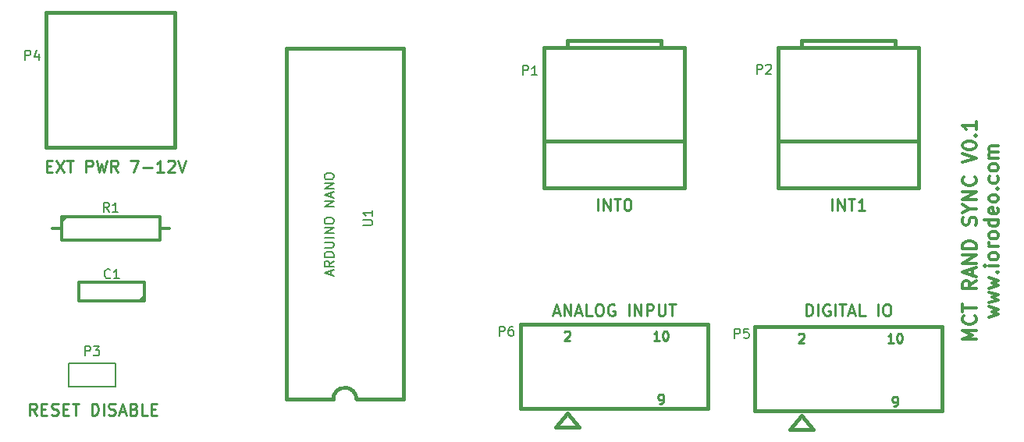
<source format=gto>
G04 (created by PCBNEW (2013-mar-13)-testing) date Fri 01 Nov 2013 04:53:57 PM PDT*
%MOIN*%
G04 Gerber Fmt 3.4, Leading zero omitted, Abs format*
%FSLAX34Y34*%
G01*
G70*
G90*
G04 APERTURE LIST*
%ADD10C,0.005906*%
%ADD11C,0.010000*%
%ADD12C,0.011811*%
%ADD13C,0.012000*%
%ADD14C,0.015000*%
%ADD15C,0.006000*%
%ADD16C,0.008000*%
G04 APERTURE END LIST*
G54D10*
G54D11*
X13259Y-16814D02*
X13426Y-16814D01*
X13497Y-17076D02*
X13259Y-17076D01*
X13259Y-16576D01*
X13497Y-16576D01*
X13664Y-16576D02*
X13997Y-17076D01*
X13997Y-16576D02*
X13664Y-17076D01*
X14116Y-16576D02*
X14402Y-16576D01*
X14259Y-17076D02*
X14259Y-16576D01*
X14950Y-17076D02*
X14950Y-16576D01*
X15140Y-16576D01*
X15188Y-16600D01*
X15211Y-16623D01*
X15235Y-16671D01*
X15235Y-16742D01*
X15211Y-16790D01*
X15188Y-16814D01*
X15140Y-16838D01*
X14950Y-16838D01*
X15402Y-16576D02*
X15521Y-17076D01*
X15616Y-16719D01*
X15711Y-17076D01*
X15830Y-16576D01*
X16307Y-17076D02*
X16140Y-16838D01*
X16021Y-17076D02*
X16021Y-16576D01*
X16211Y-16576D01*
X16259Y-16600D01*
X16283Y-16623D01*
X16307Y-16671D01*
X16307Y-16742D01*
X16283Y-16790D01*
X16259Y-16814D01*
X16211Y-16838D01*
X16021Y-16838D01*
X16854Y-16576D02*
X17188Y-16576D01*
X16973Y-17076D01*
X17378Y-16885D02*
X17759Y-16885D01*
X18259Y-17076D02*
X17973Y-17076D01*
X18116Y-17076D02*
X18116Y-16576D01*
X18069Y-16647D01*
X18021Y-16695D01*
X17973Y-16719D01*
X18450Y-16623D02*
X18473Y-16600D01*
X18521Y-16576D01*
X18640Y-16576D01*
X18688Y-16600D01*
X18711Y-16623D01*
X18735Y-16671D01*
X18735Y-16719D01*
X18711Y-16790D01*
X18426Y-17076D01*
X18735Y-17076D01*
X18878Y-16576D02*
X19045Y-17076D01*
X19211Y-16576D01*
G54D12*
X52967Y-24240D02*
X52376Y-24240D01*
X52798Y-24043D01*
X52376Y-23846D01*
X52967Y-23846D01*
X52910Y-23227D02*
X52939Y-23255D01*
X52967Y-23340D01*
X52967Y-23396D01*
X52939Y-23480D01*
X52882Y-23537D01*
X52826Y-23565D01*
X52714Y-23593D01*
X52629Y-23593D01*
X52517Y-23565D01*
X52460Y-23537D01*
X52404Y-23480D01*
X52376Y-23396D01*
X52376Y-23340D01*
X52404Y-23255D01*
X52432Y-23227D01*
X52376Y-23058D02*
X52376Y-22721D01*
X52967Y-22890D02*
X52376Y-22890D01*
X52967Y-21737D02*
X52685Y-21934D01*
X52967Y-22074D02*
X52376Y-22074D01*
X52376Y-21849D01*
X52404Y-21793D01*
X52432Y-21765D01*
X52489Y-21737D01*
X52573Y-21737D01*
X52629Y-21765D01*
X52657Y-21793D01*
X52685Y-21849D01*
X52685Y-22074D01*
X52798Y-21512D02*
X52798Y-21231D01*
X52967Y-21568D02*
X52376Y-21371D01*
X52967Y-21174D01*
X52967Y-20977D02*
X52376Y-20977D01*
X52967Y-20640D01*
X52376Y-20640D01*
X52967Y-20359D02*
X52376Y-20359D01*
X52376Y-20218D01*
X52404Y-20134D01*
X52460Y-20078D01*
X52517Y-20049D01*
X52629Y-20021D01*
X52714Y-20021D01*
X52826Y-20049D01*
X52882Y-20078D01*
X52939Y-20134D01*
X52967Y-20218D01*
X52967Y-20359D01*
X52939Y-19346D02*
X52967Y-19262D01*
X52967Y-19121D01*
X52939Y-19065D01*
X52910Y-19037D01*
X52854Y-19009D01*
X52798Y-19009D01*
X52742Y-19037D01*
X52714Y-19065D01*
X52685Y-19121D01*
X52657Y-19234D01*
X52629Y-19290D01*
X52601Y-19318D01*
X52545Y-19346D01*
X52489Y-19346D01*
X52432Y-19318D01*
X52404Y-19290D01*
X52376Y-19234D01*
X52376Y-19093D01*
X52404Y-19009D01*
X52685Y-18643D02*
X52967Y-18643D01*
X52376Y-18840D02*
X52685Y-18643D01*
X52376Y-18447D01*
X52967Y-18250D02*
X52376Y-18250D01*
X52967Y-17912D01*
X52376Y-17912D01*
X52910Y-17294D02*
X52939Y-17322D01*
X52967Y-17406D01*
X52967Y-17462D01*
X52939Y-17547D01*
X52882Y-17603D01*
X52826Y-17631D01*
X52714Y-17659D01*
X52629Y-17659D01*
X52517Y-17631D01*
X52460Y-17603D01*
X52404Y-17547D01*
X52376Y-17462D01*
X52376Y-17406D01*
X52404Y-17322D01*
X52432Y-17294D01*
X52376Y-16675D02*
X52967Y-16478D01*
X52376Y-16281D01*
X52376Y-15972D02*
X52376Y-15916D01*
X52404Y-15859D01*
X52432Y-15831D01*
X52489Y-15803D01*
X52601Y-15775D01*
X52742Y-15775D01*
X52854Y-15803D01*
X52910Y-15831D01*
X52939Y-15859D01*
X52967Y-15916D01*
X52967Y-15972D01*
X52939Y-16028D01*
X52910Y-16056D01*
X52854Y-16084D01*
X52742Y-16112D01*
X52601Y-16112D01*
X52489Y-16084D01*
X52432Y-16056D01*
X52404Y-16028D01*
X52376Y-15972D01*
X52910Y-15522D02*
X52939Y-15494D01*
X52967Y-15522D01*
X52939Y-15550D01*
X52910Y-15522D01*
X52967Y-15522D01*
X52967Y-14931D02*
X52967Y-15269D01*
X52967Y-15100D02*
X52376Y-15100D01*
X52460Y-15156D01*
X52517Y-15213D01*
X52545Y-15269D01*
X53518Y-23283D02*
X53912Y-23171D01*
X53630Y-23058D01*
X53912Y-22946D01*
X53518Y-22833D01*
X53518Y-22665D02*
X53912Y-22552D01*
X53630Y-22440D01*
X53912Y-22327D01*
X53518Y-22215D01*
X53518Y-22046D02*
X53912Y-21934D01*
X53630Y-21821D01*
X53912Y-21709D01*
X53518Y-21596D01*
X53855Y-21371D02*
X53883Y-21343D01*
X53912Y-21371D01*
X53883Y-21399D01*
X53855Y-21371D01*
X53912Y-21371D01*
X53912Y-21090D02*
X53518Y-21090D01*
X53321Y-21090D02*
X53349Y-21118D01*
X53377Y-21090D01*
X53349Y-21062D01*
X53321Y-21090D01*
X53377Y-21090D01*
X53912Y-20724D02*
X53883Y-20781D01*
X53855Y-20809D01*
X53799Y-20837D01*
X53630Y-20837D01*
X53574Y-20809D01*
X53546Y-20781D01*
X53518Y-20724D01*
X53518Y-20640D01*
X53546Y-20584D01*
X53574Y-20556D01*
X53630Y-20528D01*
X53799Y-20528D01*
X53855Y-20556D01*
X53883Y-20584D01*
X53912Y-20640D01*
X53912Y-20724D01*
X53912Y-20274D02*
X53518Y-20274D01*
X53630Y-20274D02*
X53574Y-20246D01*
X53546Y-20218D01*
X53518Y-20162D01*
X53518Y-20106D01*
X53912Y-19824D02*
X53883Y-19881D01*
X53855Y-19909D01*
X53799Y-19937D01*
X53630Y-19937D01*
X53574Y-19909D01*
X53546Y-19881D01*
X53518Y-19824D01*
X53518Y-19740D01*
X53546Y-19684D01*
X53574Y-19656D01*
X53630Y-19628D01*
X53799Y-19628D01*
X53855Y-19656D01*
X53883Y-19684D01*
X53912Y-19740D01*
X53912Y-19824D01*
X53912Y-19121D02*
X53321Y-19121D01*
X53883Y-19121D02*
X53912Y-19178D01*
X53912Y-19290D01*
X53883Y-19346D01*
X53855Y-19375D01*
X53799Y-19403D01*
X53630Y-19403D01*
X53574Y-19375D01*
X53546Y-19346D01*
X53518Y-19290D01*
X53518Y-19178D01*
X53546Y-19121D01*
X53883Y-18615D02*
X53912Y-18671D01*
X53912Y-18784D01*
X53883Y-18840D01*
X53827Y-18868D01*
X53602Y-18868D01*
X53546Y-18840D01*
X53518Y-18784D01*
X53518Y-18671D01*
X53546Y-18615D01*
X53602Y-18587D01*
X53658Y-18587D01*
X53715Y-18868D01*
X53912Y-18250D02*
X53883Y-18306D01*
X53855Y-18334D01*
X53799Y-18362D01*
X53630Y-18362D01*
X53574Y-18334D01*
X53546Y-18306D01*
X53518Y-18250D01*
X53518Y-18165D01*
X53546Y-18109D01*
X53574Y-18081D01*
X53630Y-18053D01*
X53799Y-18053D01*
X53855Y-18081D01*
X53883Y-18109D01*
X53912Y-18165D01*
X53912Y-18250D01*
X53855Y-17800D02*
X53883Y-17772D01*
X53912Y-17800D01*
X53883Y-17828D01*
X53855Y-17800D01*
X53912Y-17800D01*
X53883Y-17265D02*
X53912Y-17322D01*
X53912Y-17434D01*
X53883Y-17490D01*
X53855Y-17519D01*
X53799Y-17547D01*
X53630Y-17547D01*
X53574Y-17519D01*
X53546Y-17490D01*
X53518Y-17434D01*
X53518Y-17322D01*
X53546Y-17265D01*
X53912Y-16928D02*
X53883Y-16984D01*
X53855Y-17012D01*
X53799Y-17040D01*
X53630Y-17040D01*
X53574Y-17012D01*
X53546Y-16984D01*
X53518Y-16928D01*
X53518Y-16844D01*
X53546Y-16787D01*
X53574Y-16759D01*
X53630Y-16731D01*
X53799Y-16731D01*
X53855Y-16759D01*
X53883Y-16787D01*
X53912Y-16844D01*
X53912Y-16928D01*
X53912Y-16478D02*
X53518Y-16478D01*
X53574Y-16478D02*
X53546Y-16450D01*
X53518Y-16394D01*
X53518Y-16309D01*
X53546Y-16253D01*
X53602Y-16225D01*
X53912Y-16225D01*
X53602Y-16225D02*
X53546Y-16197D01*
X53518Y-16141D01*
X53518Y-16056D01*
X53546Y-16000D01*
X53602Y-15972D01*
X53912Y-15972D01*
G54D11*
X45702Y-23226D02*
X45702Y-22726D01*
X45821Y-22726D01*
X45892Y-22750D01*
X45940Y-22797D01*
X45964Y-22845D01*
X45988Y-22940D01*
X45988Y-23011D01*
X45964Y-23107D01*
X45940Y-23154D01*
X45892Y-23202D01*
X45821Y-23226D01*
X45702Y-23226D01*
X46202Y-23226D02*
X46202Y-22726D01*
X46702Y-22750D02*
X46654Y-22726D01*
X46583Y-22726D01*
X46511Y-22750D01*
X46464Y-22797D01*
X46440Y-22845D01*
X46416Y-22940D01*
X46416Y-23011D01*
X46440Y-23107D01*
X46464Y-23154D01*
X46511Y-23202D01*
X46583Y-23226D01*
X46630Y-23226D01*
X46702Y-23202D01*
X46726Y-23178D01*
X46726Y-23011D01*
X46630Y-23011D01*
X46940Y-23226D02*
X46940Y-22726D01*
X47107Y-22726D02*
X47392Y-22726D01*
X47250Y-23226D02*
X47250Y-22726D01*
X47535Y-23083D02*
X47773Y-23083D01*
X47488Y-23226D02*
X47654Y-22726D01*
X47821Y-23226D01*
X48226Y-23226D02*
X47988Y-23226D01*
X47988Y-22726D01*
X48773Y-23226D02*
X48773Y-22726D01*
X49107Y-22726D02*
X49202Y-22726D01*
X49250Y-22750D01*
X49297Y-22797D01*
X49321Y-22892D01*
X49321Y-23059D01*
X49297Y-23154D01*
X49250Y-23202D01*
X49202Y-23226D01*
X49107Y-23226D01*
X49059Y-23202D01*
X49011Y-23154D01*
X48988Y-23059D01*
X48988Y-22892D01*
X49011Y-22797D01*
X49059Y-22750D01*
X49107Y-22726D01*
X34916Y-23083D02*
X35154Y-23083D01*
X34869Y-23226D02*
X35035Y-22726D01*
X35202Y-23226D01*
X35369Y-23226D02*
X35369Y-22726D01*
X35654Y-23226D01*
X35654Y-22726D01*
X35869Y-23083D02*
X36107Y-23083D01*
X35821Y-23226D02*
X35988Y-22726D01*
X36154Y-23226D01*
X36559Y-23226D02*
X36321Y-23226D01*
X36321Y-22726D01*
X36821Y-22726D02*
X36916Y-22726D01*
X36964Y-22750D01*
X37011Y-22797D01*
X37035Y-22892D01*
X37035Y-23059D01*
X37011Y-23154D01*
X36964Y-23202D01*
X36916Y-23226D01*
X36821Y-23226D01*
X36773Y-23202D01*
X36726Y-23154D01*
X36702Y-23059D01*
X36702Y-22892D01*
X36726Y-22797D01*
X36773Y-22750D01*
X36821Y-22726D01*
X37511Y-22750D02*
X37464Y-22726D01*
X37392Y-22726D01*
X37321Y-22750D01*
X37273Y-22797D01*
X37250Y-22845D01*
X37226Y-22940D01*
X37226Y-23011D01*
X37250Y-23107D01*
X37273Y-23154D01*
X37321Y-23202D01*
X37392Y-23226D01*
X37440Y-23226D01*
X37511Y-23202D01*
X37535Y-23178D01*
X37535Y-23011D01*
X37440Y-23011D01*
X38130Y-23226D02*
X38130Y-22726D01*
X38369Y-23226D02*
X38369Y-22726D01*
X38654Y-23226D01*
X38654Y-22726D01*
X38892Y-23226D02*
X38892Y-22726D01*
X39083Y-22726D01*
X39130Y-22750D01*
X39154Y-22773D01*
X39178Y-22821D01*
X39178Y-22892D01*
X39154Y-22940D01*
X39130Y-22964D01*
X39083Y-22988D01*
X38892Y-22988D01*
X39392Y-22726D02*
X39392Y-23130D01*
X39416Y-23178D01*
X39440Y-23202D01*
X39488Y-23226D01*
X39583Y-23226D01*
X39630Y-23202D01*
X39654Y-23178D01*
X39678Y-23130D01*
X39678Y-22726D01*
X39845Y-22726D02*
X40130Y-22726D01*
X39988Y-23226D02*
X39988Y-22726D01*
X46809Y-18726D02*
X46809Y-18226D01*
X47047Y-18726D02*
X47047Y-18226D01*
X47333Y-18726D01*
X47333Y-18226D01*
X47500Y-18226D02*
X47785Y-18226D01*
X47642Y-18726D02*
X47642Y-18226D01*
X48214Y-18726D02*
X47928Y-18726D01*
X48071Y-18726D02*
X48071Y-18226D01*
X48023Y-18297D01*
X47976Y-18345D01*
X47928Y-18369D01*
X36809Y-18726D02*
X36809Y-18226D01*
X37047Y-18726D02*
X37047Y-18226D01*
X37333Y-18726D01*
X37333Y-18226D01*
X37500Y-18226D02*
X37785Y-18226D01*
X37642Y-18726D02*
X37642Y-18226D01*
X38047Y-18226D02*
X38095Y-18226D01*
X38142Y-18250D01*
X38166Y-18273D01*
X38190Y-18321D01*
X38214Y-18416D01*
X38214Y-18535D01*
X38190Y-18630D01*
X38166Y-18678D01*
X38142Y-18702D01*
X38095Y-18726D01*
X38047Y-18726D01*
X38000Y-18702D01*
X37976Y-18678D01*
X37952Y-18630D01*
X37928Y-18535D01*
X37928Y-18416D01*
X37952Y-18321D01*
X37976Y-18273D01*
X38000Y-18250D01*
X38047Y-18226D01*
X12833Y-27476D02*
X12666Y-27238D01*
X12547Y-27476D02*
X12547Y-26976D01*
X12738Y-26976D01*
X12785Y-27000D01*
X12809Y-27023D01*
X12833Y-27071D01*
X12833Y-27142D01*
X12809Y-27190D01*
X12785Y-27214D01*
X12738Y-27238D01*
X12547Y-27238D01*
X13047Y-27214D02*
X13214Y-27214D01*
X13285Y-27476D02*
X13047Y-27476D01*
X13047Y-26976D01*
X13285Y-26976D01*
X13476Y-27452D02*
X13547Y-27476D01*
X13666Y-27476D01*
X13714Y-27452D01*
X13738Y-27428D01*
X13761Y-27380D01*
X13761Y-27333D01*
X13738Y-27285D01*
X13714Y-27261D01*
X13666Y-27238D01*
X13571Y-27214D01*
X13523Y-27190D01*
X13500Y-27166D01*
X13476Y-27119D01*
X13476Y-27071D01*
X13500Y-27023D01*
X13523Y-27000D01*
X13571Y-26976D01*
X13690Y-26976D01*
X13761Y-27000D01*
X13976Y-27214D02*
X14142Y-27214D01*
X14214Y-27476D02*
X13976Y-27476D01*
X13976Y-26976D01*
X14214Y-26976D01*
X14357Y-26976D02*
X14642Y-26976D01*
X14500Y-27476D02*
X14500Y-26976D01*
X15190Y-27476D02*
X15190Y-26976D01*
X15309Y-26976D01*
X15380Y-27000D01*
X15428Y-27047D01*
X15452Y-27095D01*
X15476Y-27190D01*
X15476Y-27261D01*
X15452Y-27357D01*
X15428Y-27404D01*
X15380Y-27452D01*
X15309Y-27476D01*
X15190Y-27476D01*
X15690Y-27476D02*
X15690Y-26976D01*
X15904Y-27452D02*
X15976Y-27476D01*
X16095Y-27476D01*
X16142Y-27452D01*
X16166Y-27428D01*
X16190Y-27380D01*
X16190Y-27333D01*
X16166Y-27285D01*
X16142Y-27261D01*
X16095Y-27238D01*
X16000Y-27214D01*
X15952Y-27190D01*
X15928Y-27166D01*
X15904Y-27119D01*
X15904Y-27071D01*
X15928Y-27023D01*
X15952Y-27000D01*
X16000Y-26976D01*
X16119Y-26976D01*
X16190Y-27000D01*
X16380Y-27333D02*
X16619Y-27333D01*
X16333Y-27476D02*
X16500Y-26976D01*
X16666Y-27476D01*
X17000Y-27214D02*
X17071Y-27238D01*
X17095Y-27261D01*
X17119Y-27309D01*
X17119Y-27380D01*
X17095Y-27428D01*
X17071Y-27452D01*
X17023Y-27476D01*
X16833Y-27476D01*
X16833Y-26976D01*
X17000Y-26976D01*
X17047Y-27000D01*
X17071Y-27023D01*
X17095Y-27071D01*
X17095Y-27119D01*
X17071Y-27166D01*
X17047Y-27190D01*
X17000Y-27214D01*
X16833Y-27214D01*
X17571Y-27476D02*
X17333Y-27476D01*
X17333Y-26976D01*
X17738Y-27214D02*
X17904Y-27214D01*
X17976Y-27476D02*
X17738Y-27476D01*
X17738Y-26976D01*
X17976Y-26976D01*
G54D13*
X17450Y-22600D02*
X14650Y-22600D01*
X14650Y-22600D02*
X14650Y-21800D01*
X14650Y-21800D02*
X17450Y-21800D01*
X17450Y-21800D02*
X17450Y-22600D01*
X17450Y-22400D02*
X17250Y-22600D01*
G54D14*
X40500Y-11750D02*
X40500Y-17750D01*
X34500Y-11750D02*
X34500Y-17750D01*
X35500Y-11750D02*
X35500Y-11450D01*
X35500Y-11450D02*
X39500Y-11450D01*
X39500Y-11450D02*
X39500Y-11750D01*
X34500Y-15750D02*
X40500Y-15750D01*
X34500Y-11750D02*
X40500Y-11750D01*
X34500Y-17750D02*
X40500Y-17750D01*
X50500Y-11750D02*
X50500Y-17750D01*
X44500Y-11750D02*
X44500Y-17750D01*
X45500Y-11750D02*
X45500Y-11450D01*
X45500Y-11450D02*
X49500Y-11450D01*
X49500Y-11450D02*
X49500Y-11750D01*
X44500Y-15750D02*
X50500Y-15750D01*
X44500Y-11750D02*
X50500Y-11750D01*
X44500Y-17750D02*
X50500Y-17750D01*
G54D15*
X16200Y-25250D02*
X16200Y-26250D01*
X16200Y-26250D02*
X14200Y-26250D01*
X14200Y-26250D02*
X14200Y-25250D01*
X14200Y-25250D02*
X16200Y-25250D01*
G54D14*
X13250Y-10260D02*
X18750Y-10260D01*
X18750Y-10260D02*
X18750Y-16010D01*
X18750Y-16010D02*
X13250Y-16010D01*
X13250Y-16010D02*
X13250Y-10260D01*
X43500Y-23700D02*
X43500Y-27300D01*
X43500Y-27300D02*
X51500Y-27300D01*
X51500Y-27300D02*
X51500Y-23700D01*
X51500Y-23700D02*
X43500Y-23700D01*
X45500Y-27500D02*
X45000Y-28100D01*
X45000Y-28100D02*
X46000Y-28100D01*
X46000Y-28100D02*
X45500Y-27500D01*
X33500Y-23600D02*
X33500Y-27200D01*
X33500Y-27200D02*
X41500Y-27200D01*
X41500Y-27200D02*
X41500Y-23600D01*
X41500Y-23600D02*
X33500Y-23600D01*
X35500Y-27400D02*
X35000Y-28000D01*
X35000Y-28000D02*
X36000Y-28000D01*
X36000Y-28000D02*
X35500Y-27400D01*
G54D13*
X13500Y-19500D02*
X13900Y-19500D01*
X18500Y-19500D02*
X18100Y-19500D01*
X18100Y-19000D02*
X18100Y-20000D01*
X18100Y-20000D02*
X13900Y-20000D01*
X13900Y-20000D02*
X13900Y-19000D01*
X13900Y-19000D02*
X18100Y-19000D01*
X13900Y-19200D02*
X14100Y-19000D01*
G54D14*
X26500Y-26800D02*
G75*
G03X26000Y-26300I-500J0D01*
G74*
G01*
X26000Y-26300D02*
G75*
G03X25500Y-26800I0J-500D01*
G74*
G01*
X23500Y-26800D02*
X25500Y-26800D01*
X28500Y-26800D02*
X26500Y-26800D01*
X28500Y-26800D02*
X28500Y-11800D01*
X28500Y-11800D02*
X23500Y-11800D01*
X23500Y-11800D02*
X23500Y-26800D01*
G54D16*
X15983Y-21592D02*
X15964Y-21611D01*
X15907Y-21630D01*
X15869Y-21630D01*
X15811Y-21611D01*
X15773Y-21573D01*
X15754Y-21535D01*
X15735Y-21459D01*
X15735Y-21402D01*
X15754Y-21326D01*
X15773Y-21288D01*
X15811Y-21250D01*
X15869Y-21230D01*
X15907Y-21230D01*
X15964Y-21250D01*
X15983Y-21269D01*
X16364Y-21630D02*
X16135Y-21630D01*
X16250Y-21630D02*
X16250Y-21230D01*
X16211Y-21288D01*
X16173Y-21326D01*
X16135Y-21345D01*
X33604Y-12930D02*
X33604Y-12530D01*
X33757Y-12530D01*
X33795Y-12550D01*
X33814Y-12569D01*
X33833Y-12607D01*
X33833Y-12664D01*
X33814Y-12702D01*
X33795Y-12721D01*
X33757Y-12740D01*
X33604Y-12740D01*
X34214Y-12930D02*
X33985Y-12930D01*
X34100Y-12930D02*
X34100Y-12530D01*
X34061Y-12588D01*
X34023Y-12626D01*
X33985Y-12645D01*
X43604Y-12880D02*
X43604Y-12480D01*
X43757Y-12480D01*
X43795Y-12500D01*
X43814Y-12519D01*
X43833Y-12557D01*
X43833Y-12614D01*
X43814Y-12652D01*
X43795Y-12671D01*
X43757Y-12690D01*
X43604Y-12690D01*
X43985Y-12519D02*
X44004Y-12500D01*
X44042Y-12480D01*
X44138Y-12480D01*
X44176Y-12500D01*
X44195Y-12519D01*
X44214Y-12557D01*
X44214Y-12595D01*
X44195Y-12652D01*
X43966Y-12880D01*
X44214Y-12880D01*
X14904Y-24930D02*
X14904Y-24530D01*
X15057Y-24530D01*
X15095Y-24550D01*
X15114Y-24569D01*
X15133Y-24607D01*
X15133Y-24664D01*
X15114Y-24702D01*
X15095Y-24721D01*
X15057Y-24740D01*
X14904Y-24740D01*
X15266Y-24530D02*
X15514Y-24530D01*
X15380Y-24683D01*
X15438Y-24683D01*
X15476Y-24702D01*
X15495Y-24721D01*
X15514Y-24759D01*
X15514Y-24854D01*
X15495Y-24892D01*
X15476Y-24911D01*
X15438Y-24930D01*
X15323Y-24930D01*
X15285Y-24911D01*
X15266Y-24892D01*
X12354Y-12280D02*
X12354Y-11880D01*
X12507Y-11880D01*
X12545Y-11900D01*
X12564Y-11919D01*
X12583Y-11957D01*
X12583Y-12014D01*
X12564Y-12052D01*
X12545Y-12071D01*
X12507Y-12090D01*
X12354Y-12090D01*
X12926Y-12014D02*
X12926Y-12280D01*
X12830Y-11861D02*
X12735Y-12147D01*
X12983Y-12147D01*
X42654Y-24180D02*
X42654Y-23780D01*
X42807Y-23780D01*
X42845Y-23800D01*
X42864Y-23819D01*
X42883Y-23857D01*
X42883Y-23914D01*
X42864Y-23952D01*
X42845Y-23971D01*
X42807Y-23990D01*
X42654Y-23990D01*
X43245Y-23780D02*
X43054Y-23780D01*
X43035Y-23971D01*
X43054Y-23952D01*
X43092Y-23933D01*
X43188Y-23933D01*
X43226Y-23952D01*
X43245Y-23971D01*
X43264Y-24009D01*
X43264Y-24104D01*
X43245Y-24142D01*
X43226Y-24161D01*
X43188Y-24180D01*
X43092Y-24180D01*
X43054Y-24161D01*
X43035Y-24142D01*
G54D11*
X45385Y-24019D02*
X45404Y-24000D01*
X45442Y-23980D01*
X45538Y-23980D01*
X45576Y-24000D01*
X45595Y-24019D01*
X45614Y-24057D01*
X45614Y-24095D01*
X45595Y-24152D01*
X45366Y-24380D01*
X45614Y-24380D01*
X49423Y-24380D02*
X49195Y-24380D01*
X49309Y-24380D02*
X49309Y-23980D01*
X49271Y-24038D01*
X49233Y-24076D01*
X49195Y-24095D01*
X49671Y-23980D02*
X49709Y-23980D01*
X49747Y-24000D01*
X49766Y-24019D01*
X49785Y-24057D01*
X49804Y-24133D01*
X49804Y-24228D01*
X49785Y-24304D01*
X49766Y-24342D01*
X49747Y-24361D01*
X49709Y-24380D01*
X49671Y-24380D01*
X49633Y-24361D01*
X49614Y-24342D01*
X49595Y-24304D01*
X49576Y-24228D01*
X49576Y-24133D01*
X49595Y-24057D01*
X49614Y-24019D01*
X49633Y-24000D01*
X49671Y-23980D01*
X49423Y-27080D02*
X49500Y-27080D01*
X49538Y-27061D01*
X49557Y-27042D01*
X49595Y-26985D01*
X49614Y-26909D01*
X49614Y-26757D01*
X49595Y-26719D01*
X49576Y-26700D01*
X49538Y-26680D01*
X49461Y-26680D01*
X49423Y-26700D01*
X49404Y-26719D01*
X49385Y-26757D01*
X49385Y-26852D01*
X49404Y-26890D01*
X49423Y-26909D01*
X49461Y-26928D01*
X49538Y-26928D01*
X49576Y-26909D01*
X49595Y-26890D01*
X49614Y-26852D01*
G54D16*
X32604Y-24080D02*
X32604Y-23680D01*
X32757Y-23680D01*
X32795Y-23700D01*
X32814Y-23719D01*
X32833Y-23757D01*
X32833Y-23814D01*
X32814Y-23852D01*
X32795Y-23871D01*
X32757Y-23890D01*
X32604Y-23890D01*
X33176Y-23680D02*
X33100Y-23680D01*
X33061Y-23700D01*
X33042Y-23719D01*
X33004Y-23776D01*
X32985Y-23852D01*
X32985Y-24004D01*
X33004Y-24042D01*
X33023Y-24061D01*
X33061Y-24080D01*
X33138Y-24080D01*
X33176Y-24061D01*
X33195Y-24042D01*
X33214Y-24004D01*
X33214Y-23909D01*
X33195Y-23871D01*
X33176Y-23852D01*
X33138Y-23833D01*
X33061Y-23833D01*
X33023Y-23852D01*
X33004Y-23871D01*
X32985Y-23909D01*
G54D11*
X35385Y-23919D02*
X35404Y-23900D01*
X35442Y-23880D01*
X35538Y-23880D01*
X35576Y-23900D01*
X35595Y-23919D01*
X35614Y-23957D01*
X35614Y-23995D01*
X35595Y-24052D01*
X35366Y-24280D01*
X35614Y-24280D01*
X39423Y-24280D02*
X39195Y-24280D01*
X39309Y-24280D02*
X39309Y-23880D01*
X39271Y-23938D01*
X39233Y-23976D01*
X39195Y-23995D01*
X39671Y-23880D02*
X39709Y-23880D01*
X39747Y-23900D01*
X39766Y-23919D01*
X39785Y-23957D01*
X39804Y-24033D01*
X39804Y-24128D01*
X39785Y-24204D01*
X39766Y-24242D01*
X39747Y-24261D01*
X39709Y-24280D01*
X39671Y-24280D01*
X39633Y-24261D01*
X39614Y-24242D01*
X39595Y-24204D01*
X39576Y-24128D01*
X39576Y-24033D01*
X39595Y-23957D01*
X39614Y-23919D01*
X39633Y-23900D01*
X39671Y-23880D01*
X39423Y-26980D02*
X39500Y-26980D01*
X39538Y-26961D01*
X39557Y-26942D01*
X39595Y-26885D01*
X39614Y-26809D01*
X39614Y-26657D01*
X39595Y-26619D01*
X39576Y-26600D01*
X39538Y-26580D01*
X39461Y-26580D01*
X39423Y-26600D01*
X39404Y-26619D01*
X39385Y-26657D01*
X39385Y-26752D01*
X39404Y-26790D01*
X39423Y-26809D01*
X39461Y-26828D01*
X39538Y-26828D01*
X39576Y-26809D01*
X39595Y-26790D01*
X39614Y-26752D01*
G54D16*
X15933Y-18780D02*
X15800Y-18590D01*
X15704Y-18780D02*
X15704Y-18380D01*
X15857Y-18380D01*
X15895Y-18400D01*
X15914Y-18419D01*
X15933Y-18457D01*
X15933Y-18514D01*
X15914Y-18552D01*
X15895Y-18571D01*
X15857Y-18590D01*
X15704Y-18590D01*
X16314Y-18780D02*
X16085Y-18780D01*
X16200Y-18780D02*
X16200Y-18380D01*
X16161Y-18438D01*
X16123Y-18476D01*
X16085Y-18495D01*
X26780Y-19354D02*
X27104Y-19354D01*
X27142Y-19335D01*
X27161Y-19316D01*
X27180Y-19278D01*
X27180Y-19202D01*
X27161Y-19164D01*
X27142Y-19145D01*
X27104Y-19126D01*
X26780Y-19126D01*
X27180Y-18726D02*
X27180Y-18954D01*
X27180Y-18840D02*
X26780Y-18840D01*
X26838Y-18878D01*
X26876Y-18916D01*
X26895Y-18954D01*
X25416Y-21471D02*
X25416Y-21280D01*
X25530Y-21509D02*
X25130Y-21376D01*
X25530Y-21242D01*
X25530Y-20880D02*
X25340Y-21014D01*
X25530Y-21109D02*
X25130Y-21109D01*
X25130Y-20957D01*
X25150Y-20919D01*
X25169Y-20900D01*
X25207Y-20880D01*
X25264Y-20880D01*
X25302Y-20900D01*
X25321Y-20919D01*
X25340Y-20957D01*
X25340Y-21109D01*
X25530Y-20709D02*
X25130Y-20709D01*
X25130Y-20614D01*
X25150Y-20557D01*
X25188Y-20519D01*
X25226Y-20500D01*
X25302Y-20480D01*
X25359Y-20480D01*
X25435Y-20500D01*
X25473Y-20519D01*
X25511Y-20557D01*
X25530Y-20614D01*
X25530Y-20709D01*
X25130Y-20309D02*
X25454Y-20309D01*
X25492Y-20290D01*
X25511Y-20271D01*
X25530Y-20233D01*
X25530Y-20157D01*
X25511Y-20119D01*
X25492Y-20100D01*
X25454Y-20080D01*
X25130Y-20080D01*
X25530Y-19890D02*
X25130Y-19890D01*
X25530Y-19699D02*
X25130Y-19699D01*
X25530Y-19471D01*
X25130Y-19471D01*
X25130Y-19204D02*
X25130Y-19128D01*
X25150Y-19090D01*
X25188Y-19052D01*
X25264Y-19033D01*
X25397Y-19033D01*
X25473Y-19052D01*
X25511Y-19090D01*
X25530Y-19128D01*
X25530Y-19204D01*
X25511Y-19242D01*
X25473Y-19280D01*
X25397Y-19299D01*
X25264Y-19299D01*
X25188Y-19280D01*
X25150Y-19242D01*
X25130Y-19204D01*
X25530Y-18557D02*
X25130Y-18557D01*
X25530Y-18328D01*
X25130Y-18328D01*
X25416Y-18157D02*
X25416Y-17966D01*
X25530Y-18195D02*
X25130Y-18061D01*
X25530Y-17928D01*
X25530Y-17795D02*
X25130Y-17795D01*
X25530Y-17566D01*
X25130Y-17566D01*
X25130Y-17299D02*
X25130Y-17223D01*
X25150Y-17185D01*
X25188Y-17147D01*
X25264Y-17128D01*
X25397Y-17128D01*
X25473Y-17147D01*
X25511Y-17185D01*
X25530Y-17223D01*
X25530Y-17299D01*
X25511Y-17338D01*
X25473Y-17376D01*
X25397Y-17395D01*
X25264Y-17395D01*
X25188Y-17376D01*
X25150Y-17338D01*
X25130Y-17299D01*
M02*

</source>
